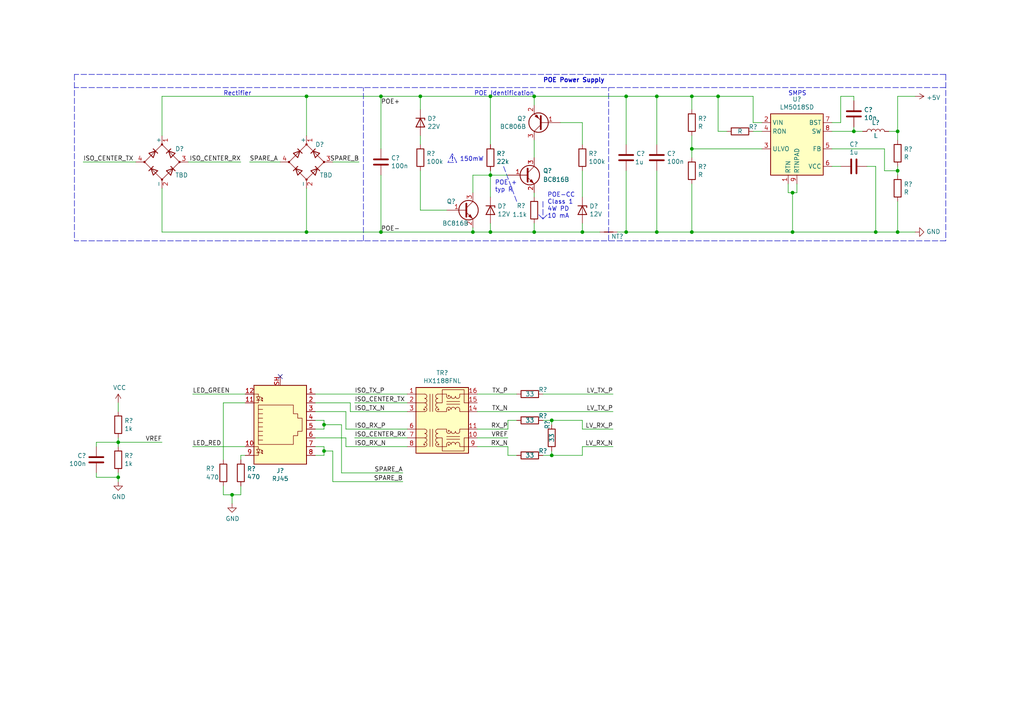
<source format=kicad_sch>
(kicad_sch (version 20211123) (generator eeschema)
  (paper "A4")
  (lib_symbols
    (symbol "Connector:RJ45_LED_Shielded" (pin_names (offset 1.016))
      (property "Reference" "J" (at -5.08 13.97 0))
      (property "Value" "RJ45_LED_Shielded" (at 1.27 13.97 0))
      (symbol "RJ45_LED_Shielded_0_1"
        (polyline (pts (xy -7.62 -7.62) (xy -6.35 -7.62)))
        (polyline (pts (xy -7.62 -5.08) (xy -6.35 -5.08)))
        (polyline (pts (xy -7.62 7.62) (xy -6.35 7.62)))
        (polyline (pts (xy -7.62 10.16) (xy -6.35 10.16)))
        (polyline (pts (xy -6.858 -5.842) (xy -5.842 -5.842)))
        (polyline (pts (xy -6.858 9.398) (xy -5.842 9.398)))
        (polyline (pts (xy -6.35 -7.62) (xy -6.35 -6.858)))
        (polyline (pts (xy -6.35 -5.08) (xy -6.35 -5.842)))
        (polyline (pts (xy -6.35 7.62) (xy -6.35 8.382)))
        (polyline (pts (xy -6.35 10.16) (xy -6.35 9.398)))
        (polyline (pts (xy -5.08 -6.223) (xy -5.207 -6.604)))
        (polyline (pts (xy -5.08 -5.588) (xy -5.207 -5.969)))
        (polyline (pts (xy -5.08 4.445) (xy -6.35 4.445)))
        (polyline (pts (xy -5.08 5.715) (xy -6.35 5.715)))
        (polyline (pts (xy -5.08 9.017) (xy -5.207 8.636)))
        (polyline (pts (xy -5.08 9.652) (xy -5.207 9.271)))
        (polyline (pts (xy -6.35 -3.175) (xy -5.08 -3.175) (xy -5.08 -3.175)))
        (polyline (pts (xy -6.35 -1.905) (xy -5.08 -1.905) (xy -5.08 -1.905)))
        (polyline (pts (xy -6.35 -0.635) (xy -5.08 -0.635) (xy -5.08 -0.635)))
        (polyline (pts (xy -6.35 0.635) (xy -5.08 0.635) (xy -5.08 0.635)))
        (polyline (pts (xy -6.35 1.905) (xy -5.08 1.905) (xy -5.08 1.905)))
        (polyline (pts (xy -5.588 -6.731) (xy -5.08 -6.223) (xy -5.461 -6.35)))
        (polyline (pts (xy -5.588 -6.096) (xy -5.08 -5.588) (xy -5.461 -5.715)))
        (polyline (pts (xy -5.588 8.509) (xy -5.08 9.017) (xy -5.461 8.89)))
        (polyline (pts (xy -5.588 9.144) (xy -5.08 9.652) (xy -5.461 9.525)))
        (polyline (pts (xy -5.08 3.175) (xy -6.35 3.175) (xy -6.35 3.175)))
        (polyline (pts (xy -6.35 -5.842) (xy -6.858 -6.858) (xy -5.842 -6.858) (xy -6.35 -5.842)))
        (polyline (pts (xy -6.35 9.398) (xy -6.858 8.382) (xy -5.842 8.382) (xy -6.35 9.398)))
        (polyline (pts (xy -6.35 -4.445) (xy -6.35 6.985) (xy 3.81 6.985) (xy 3.81 4.445) (xy 5.08 4.445) (xy 5.08 3.175) (xy 6.35 3.175) (xy 6.35 -0.635) (xy 5.08 -0.635) (xy 5.08 -1.905) (xy 3.81 -1.905) (xy 3.81 -4.445) (xy -6.35 -4.445) (xy -6.35 -4.445)))
        (rectangle (start 7.62 12.7) (end -7.62 -10.16) (stroke (width 0.254)) (fill (type background)))
      )
      (symbol "RJ45_LED_Shielded_1_1"
        (pin passive line (at 10.16 -7.62 180) (length 2.54) (name "~") (number "1"))
        (pin passive line (at -10.16 7.62 0) (length 2.54) (name "~") (number "10"))
        (pin passive line (at -10.16 -5.08 0) (length 2.54) (name "~") (number "11"))
        (pin passive line (at -10.16 -7.62 0) (length 2.54) (name "~") (number "12"))
        (pin passive line (at 10.16 -5.08 180) (length 2.54) (name "~") (number "2"))
        (pin passive line (at 10.16 -2.54 180) (length 2.54) (name "~") (number "3"))
        (pin passive line (at 10.16 0 180) (length 2.54) (name "~") (number "4"))
        (pin passive line (at 10.16 2.54 180) (length 2.54) (name "~") (number "5"))
        (pin passive line (at 10.16 5.08 180) (length 2.54) (name "~") (number "6"))
        (pin passive line (at 10.16 7.62 180) (length 2.54) (name "~") (number "7"))
        (pin passive line (at 10.16 10.16 180) (length 2.54) (name "~") (number "8"))
        (pin passive line (at -10.16 10.16 0) (length 2.54) (name "~") (number "9"))
        (pin passive line (at 0 -12.7 90) (length 2.54) (name "~") (number "SH"))
      )
    )
    (symbol "Device:C" (pin_numbers hide) (pin_names (offset 0.254))
      (property "Reference" "C" (at 0.635 2.54 0))
      (property "Value" "C" (at 0.635 -2.54 0))
      (symbol "C_0_1"
        (polyline (pts (xy -2.032 -0.762) (xy 2.032 -0.762)) (stroke (width 0.508)))
        (polyline (pts (xy -2.032 0.762) (xy 2.032 0.762)) (stroke (width 0.508)))
      )
      (symbol "C_1_1"
        (pin passive line (at 0 3.81 270) (length 2.794) (name "~") (number "1"))
        (pin passive line (at 0 -3.81 90) (length 2.794) (name "~") (number "2"))
      )
    )
    (symbol "Device:D_Bridge_+-AA" (pin_names (offset 0))
      (property "Reference" "D" (at 2.54 6.985 0))
      (property "Value" "D_Bridge_+-AA" (at 2.54 5.08 0))
      (symbol "D_Bridge_+-AA_0_1"
        (circle (center -5.08 0) (radius 0.254) (fill (type outline)))
        (circle (center 0 -5.08) (radius 0.254) (fill (type outline)))
        (polyline (pts (xy -2.54 3.81) (xy -1.27 2.54)) (stroke (width 0.254)))
        (polyline (pts (xy -1.27 -2.54) (xy -2.54 -3.81)) (stroke (width 0.254)))
        (polyline (pts (xy 2.54 -1.27) (xy 3.81 -2.54)) (stroke (width 0.254)))
        (polyline (pts (xy 2.54 1.27) (xy 3.81 2.54)) (stroke (width 0.254)))
        (polyline (pts (xy -3.81 2.54) (xy -2.54 1.27) (xy -1.905 3.175) (xy -3.81 2.54)) (stroke (width 0.254)))
        (polyline (pts (xy -2.54 -1.27) (xy -3.81 -2.54) (xy -1.905 -3.175) (xy -2.54 -1.27)) (stroke (width 0.254)))
        (polyline (pts (xy 1.27 2.54) (xy 2.54 3.81) (xy 3.175 1.905) (xy 1.27 2.54)) (stroke (width 0.254)))
        (polyline (pts (xy 3.175 -1.905) (xy 1.27 -2.54) (xy 2.54 -3.81) (xy 3.175 -1.905)) (stroke (width 0.254)))
        (polyline (pts (xy -5.08 0) (xy 0 -5.08) (xy 5.08 0) (xy 0 5.08) (xy -5.08 0)))
        (circle (center 0 5.08) (radius 0.254) (fill (type outline)))
        (circle (center 5.08 0) (radius 0.254) (fill (type outline)))
      )
      (symbol "D_Bridge_+-AA_1_1"
        (pin passive line (at 7.62 0 180) (length 2.54) (name "+") (number "1"))
        (pin passive line (at -7.62 0 0) (length 2.54) (name "-") (number "2"))
        (pin passive line (at 0 7.62 270) (length 2.54) (name "~") (number "3"))
        (pin passive line (at 0 -7.62 90) (length 2.54) (name "~") (number "4"))
      )
    )
    (symbol "Device:D_Zener" (pin_numbers hide) (pin_names (offset 1.016) hide)
      (property "Reference" "D" (at 0 2.54 0))
      (property "Value" "D_Zener" (at 0 -2.54 0))
      (symbol "D_Zener_0_1"
        (polyline (pts (xy 1.27 0) (xy -1.27 0)))
        (polyline (pts (xy -1.27 -1.27) (xy -1.27 1.27) (xy -0.762 1.27)) (stroke (width 0.254)))
        (polyline (pts (xy 1.27 -1.27) (xy 1.27 1.27) (xy -1.27 0) (xy 1.27 -1.27)) (stroke (width 0.254)))
      )
      (symbol "D_Zener_1_1"
        (pin passive line (at -3.81 0 0) (length 2.54) (name "K") (number "1"))
        (pin passive line (at 3.81 0 180) (length 2.54) (name "A") (number "2"))
      )
    )
    (symbol "Device:L" (pin_numbers hide) (pin_names (offset 1.016) hide)
      (property "Reference" "L" (at -1.27 0 90))
      (property "Value" "L" (at 1.905 0 90))
      (symbol "L_0_1"
        (arc (start 0 -2.54) (mid 0.635 -1.905) (end 0 -1.27))
        (arc (start 0 -1.27) (mid 0.635 -0.635) (end 0 0))
        (arc (start 0 0) (mid 0.635 0.635) (end 0 1.27))
        (arc (start 0 1.27) (mid 0.635 1.905) (end 0 2.54))
      )
      (symbol "L_1_1"
        (pin passive line (at 0 3.81 270) (length 1.27) (name "1") (number "1"))
        (pin passive line (at 0 -3.81 90) (length 1.27) (name "2") (number "2"))
      )
    )
    (symbol "Device:Net-Tie_2" (pin_numbers hide) (pin_names (offset 0) hide)
      (property "Reference" "NT" (at 0 1.27 0))
      (property "Value" "Device_Net-Tie_2" (at 0 -1.27 0))
      (symbol "Net-Tie_2_0_1"
        (polyline (pts (xy -1.27 0) (xy 1.27 0)) (stroke (width 0.254)))
      )
      (symbol "Net-Tie_2_1_1"
        (pin passive line (at -2.54 0 0) (length 2.54) (name "1") (number "1"))
        (pin passive line (at 2.54 0 180) (length 2.54) (name "2") (number "2"))
      )
    )
    (symbol "Device:Q_NPN_BEC" (pin_names (offset 0) hide)
      (property "Reference" "Q" (at 5.08 1.27 0))
      (property "Value" "Q_NPN_BEC" (at 5.08 -1.27 0))
      (symbol "Q_NPN_BEC_0_1"
        (polyline (pts (xy 0.635 0.635) (xy 2.54 2.54)))
        (polyline (pts (xy 0.635 -0.635) (xy 2.54 -2.54) (xy 2.54 -2.54)))
        (polyline (pts (xy 0.635 1.905) (xy 0.635 -1.905) (xy 0.635 -1.905)) (stroke (width 0.508)))
        (polyline (pts (xy 1.27 -1.778) (xy 1.778 -1.27) (xy 2.286 -2.286) (xy 1.27 -1.778) (xy 1.27 -1.778)) (fill (type outline)))
        (circle (center 1.27 0) (radius 2.8194) (stroke (width 0.254)))
      )
      (symbol "Q_NPN_BEC_1_1"
        (pin input line (at -5.08 0 0) (length 5.715) (name "B") (number "1"))
        (pin passive line (at 2.54 -5.08 90) (length 2.54) (name "E") (number "2"))
        (pin passive line (at 2.54 5.08 270) (length 2.54) (name "C") (number "3"))
      )
    )
    (symbol "Device:Q_PNP_BEC" (pin_names (offset 0) hide)
      (property "Reference" "Q" (at 5.08 1.27 0))
      (property "Value" "Q_PNP_BEC" (at 5.08 -1.27 0))
      (symbol "Q_PNP_BEC_0_1"
        (polyline (pts (xy 0.635 0.635) (xy 2.54 2.54)))
        (polyline (pts (xy 0.635 -0.635) (xy 2.54 -2.54) (xy 2.54 -2.54)))
        (polyline (pts (xy 0.635 1.905) (xy 0.635 -1.905) (xy 0.635 -1.905)) (stroke (width 0.508)))
        (polyline (pts (xy 2.286 -1.778) (xy 1.778 -2.286) (xy 1.27 -1.27) (xy 2.286 -1.778) (xy 2.286 -1.778)) (fill (type outline)))
        (circle (center 1.27 0) (radius 2.8194) (stroke (width 0.254)))
      )
      (symbol "Q_PNP_BEC_1_1"
        (pin input line (at -5.08 0 0) (length 5.715) (name "B") (number "1"))
        (pin passive line (at 2.54 -5.08 90) (length 2.54) (name "E") (number "2"))
        (pin passive line (at 2.54 5.08 270) (length 2.54) (name "C") (number "3"))
      )
    )
    (symbol "Device:R" (pin_numbers hide) (pin_names (offset 0))
      (property "Reference" "R" (at 2.032 0 90))
      (property "Value" "R" (at 0 0 90))
      (symbol "R_0_1"
        (rectangle (start -1.016 -2.54) (end 1.016 2.54) (stroke (width 0.254)))
      )
      (symbol "R_1_1"
        (pin passive line (at 0 3.81 270) (length 1.27) (name "~") (number "1"))
        (pin passive line (at 0 -3.81 90) (length 1.27) (name "~") (number "2"))
      )
    )
    (symbol "Regulator_Switching:LM5017SD"
      (property "Reference" "U" (at -7.62 8.89 0))
      (property "Value" "LM5017SD" (at 0 8.89 0))
      (symbol "LM5017SD_0_1"
        (rectangle (start -7.62 7.62) (end 7.62 -10.16) (stroke (width 0.254)) (fill (type background)))
      )
      (symbol "LM5017SD_1_1"
        (pin power_in line (at -2.54 -12.7 90) (length 2.54) (name "RTN") (number "1"))
        (pin power_in line (at -10.16 5.08 0) (length 2.54) (name "VIN") (number "2"))
        (pin input line (at -10.16 -2.54 0) (length 2.54) (name "ULVO") (number "3"))
        (pin input line (at -10.16 2.54 0) (length 2.54) (name "RON") (number "4"))
        (pin input line (at 10.16 -2.54 180) (length 2.54) (name "FB") (number "5"))
        (pin output line (at 10.16 -7.62 180) (length 2.54) (name "VCC") (number "6"))
        (pin input line (at 10.16 5.08 180) (length 2.54) (name "BST") (number "7"))
        (pin output line (at 10.16 2.54 180) (length 2.54) (name "SW") (number "8"))
        (pin power_in line (at 0 -12.7 90) (length 2.54) (name "RTNPAD") (number "9"))
      )
    )
    (symbol "Transformer:PT61017PEL" (pin_names hide)
      (property "Reference" "TR" (at 0 10.795 0))
      (property "Value" "PT61017PEL" (at 0 -10.795 0))
      (symbol "PT61017PEL_0_1"
        (rectangle (start -7.62 9.525) (end 7.62 -9.525) (stroke (width 0.254)) (fill (type background)))
        (circle (center -5.207 6.985) (radius 0.1778))
        (arc (start -5.08 6.35) (mid -4.445 6.985) (end -5.08 7.62))
        (polyline (pts (xy -5.08 2.54) (xy -7.62 2.54)))
        (polyline (pts (xy -5.08 5.08) (xy -7.62 5.08)))
        (polyline (pts (xy -5.08 7.62) (xy -7.62 7.62)))
        (polyline (pts (xy -3.556 -2.54) (xy -3.556 -7.62)))
        (polyline (pts (xy -3.556 2.54) (xy -3.556 7.62)))
        (polyline (pts (xy -2.794 -7.62) (xy -2.794 -2.54)))
        (polyline (pts (xy -2.794 7.62) (xy -2.794 2.54)))
        (polyline (pts (xy 1.27 4.699) (xy 5.08 4.699)))
        (polyline (pts (xy 1.27 5.461) (xy 5.08 5.461)))
        (polyline (pts (xy -1.27 2.54) (xy 1.27 2.54) (xy 1.27 3.175)))
        (polyline (pts (xy 1.27 6.985) (xy 1.27 7.62) (xy -1.27 7.62)))
        (polyline (pts (xy 5.08 3.175) (xy 5.08 2.54) (xy 7.62 2.54)))
        (polyline (pts (xy 5.08 6.985) (xy 5.08 7.62) (xy 7.62 7.62)))
        (polyline (pts (xy -1.27 5.08) (xy 0 5.08) (xy 0 8.89) (xy 6.35 8.89) (xy 6.35 5.08) (xy 7.62 5.08)))
      )
      (symbol "PT61017PEL_1_1"
        (circle (center -5.207 -3.175) (radius 0.1778))
        (arc (start -5.08 -7.62) (mid -4.445 -6.985) (end -5.08 -6.35))
        (arc (start -5.08 -6.35) (mid -4.445 -5.715) (end -5.08 -5.08))
        (arc (start -5.08 -5.08) (mid -4.445 -4.445) (end -5.08 -3.81))
        (arc (start -5.08 -3.81) (mid -4.445 -3.175) (end -5.08 -2.54))
        (arc (start -5.08 2.54) (mid -4.445 3.175) (end -5.08 3.81))
        (arc (start -5.08 3.81) (mid -4.445 4.445) (end -5.08 5.08))
        (arc (start -5.08 5.08) (mid -4.445 5.715) (end -5.08 6.35))
        (arc (start -1.27 -6.35) (mid -1.905 -6.985) (end -1.27 -7.62))
        (arc (start -1.27 -5.08) (mid -1.905 -5.715) (end -1.27 -6.35))
        (arc (start -1.27 -3.81) (mid -1.905 -4.445) (end -1.27 -5.08))
        (arc (start -1.27 -2.54) (mid -1.905 -3.175) (end -1.27 -3.81))
        (arc (start -1.27 3.81) (mid -1.905 3.175) (end -1.27 2.54))
        (arc (start -1.27 5.08) (mid -1.905 4.445) (end -1.27 3.81))
        (arc (start -1.27 6.35) (mid -1.905 5.715) (end -1.27 5.08))
        (arc (start -1.27 7.62) (mid -1.905 6.985) (end -1.27 6.35))
        (circle (center -1.143 -3.175) (radius 0.1778))
        (circle (center -1.143 6.985) (radius 0.1778))
        (polyline (pts (xy -5.08 -7.62) (xy -7.62 -7.62)))
        (polyline (pts (xy -5.08 -5.08) (xy -7.62 -5.08)))
        (polyline (pts (xy -5.08 -2.54) (xy -7.62 -2.54)))
        (polyline (pts (xy 1.27 -5.461) (xy 5.08 -5.461)))
        (polyline (pts (xy 1.27 -4.699) (xy 5.08 -4.699)))
        (polyline (pts (xy -1.27 -7.62) (xy 1.27 -7.62) (xy 1.27 -6.985)))
        (polyline (pts (xy 1.27 -3.175) (xy 1.27 -2.54) (xy -1.27 -2.54)))
        (polyline (pts (xy 5.08 -6.985) (xy 5.08 -7.62) (xy 7.62 -7.62)))
        (polyline (pts (xy 5.08 -3.175) (xy 5.08 -2.54) (xy 7.62 -2.54)))
        (polyline (pts (xy 7.62 -5.08) (xy 6.35 -5.08) (xy 6.35 -8.89) (xy 0 -8.89) (xy 0 -5.08) (xy -1.27 -5.08)))
        (arc (start 1.27 -3.175) (mid 1.905 -3.81) (end 2.54 -3.175))
        (arc (start 1.27 6.985) (mid 1.905 6.35) (end 2.54 6.985))
        (circle (center 1.905 -7.112) (radius 0.1778))
        (circle (center 1.905 -3.048) (radius 0.1778))
        (circle (center 1.905 3.048) (radius 0.1778))
        (circle (center 1.905 7.112) (radius 0.1778))
        (arc (start 2.54 -6.985) (mid 1.905 -6.35) (end 1.27 -6.985))
        (arc (start 2.54 -3.175) (mid 3.175 -3.81) (end 3.81 -3.175))
        (arc (start 2.54 3.175) (mid 1.905 3.81) (end 1.27 3.175))
        (arc (start 2.54 6.985) (mid 3.175 6.35) (end 3.81 6.985))
        (arc (start 3.81 -6.985) (mid 3.175 -6.35) (end 2.54 -6.985))
        (arc (start 3.81 -3.175) (mid 4.445 -3.81) (end 5.08 -3.175))
        (arc (start 3.81 3.175) (mid 3.175 3.81) (end 2.54 3.175))
        (arc (start 3.81 6.985) (mid 4.445 6.35) (end 5.08 6.985))
        (arc (start 5.08 -6.985) (mid 4.445 -6.35) (end 3.81 -6.985))
        (arc (start 5.08 3.175) (mid 4.445 3.81) (end 3.81 3.175))
        (pin passive line (at -10.16 -7.62 0) (length 2.54) (name "TD+") (number "1"))
        (pin passive line (at 10.16 5.08 180) (length 2.54) (name "C_RX") (number "10"))
        (pin passive line (at 10.16 2.54 180) (length 2.54) (name "RX+") (number "11"))
        (pin passive line (at 10.16 -2.54 180) (length 2.54) (name "TX-") (number "14"))
        (pin passive line (at 10.16 -5.08 180) (length 2.54) (name "C_TX") (number "15"))
        (pin passive line (at 10.16 -7.62 180) (length 2.54) (name "TX+") (number "16"))
        (pin passive line (at -10.16 -5.08 0) (length 2.54) (name "C_TD") (number "2"))
        (pin passive line (at -10.16 -2.54 0) (length 2.54) (name "TD-") (number "3"))
        (pin passive line (at -10.16 2.54 0) (length 2.54) (name "RD+") (number "6"))
        (pin passive line (at -10.16 5.08 0) (length 2.54) (name "C_RD") (number "7"))
        (pin passive line (at -10.16 7.62 0) (length 2.54) (name "RD-") (number "8"))
        (pin passive line (at 10.16 7.62 180) (length 2.54) (name "RX-") (number "9"))
      )
    )
    (symbol "power:+5V" (power) (pin_names (offset 0))
      (property "Value" "+5V" (at 0 3.556 0))
      (symbol "+5V_0_1"
        (polyline (pts (xy -0.762 1.27) (xy 0 2.54)))
        (polyline (pts (xy 0 0) (xy 0 2.54)))
        (polyline (pts (xy 0 2.54) (xy 0.762 1.27)))
      )
      (symbol "+5V_1_1"
        (pin power_in line (at 0 0 90) (length 0) hide (name "+5V") (number "1"))
      )
    )
    (symbol "power:GND" (power) (pin_names (offset 0))
      (property "Value" "GND" (at 0 -3.81 0))
      (symbol "GND_0_1"
        (polyline (pts (xy 0 0) (xy 0 -1.27) (xy 1.27 -1.27) (xy 0 -2.54) (xy -1.27 -1.27) (xy 0 -1.27)))
      )
      (symbol "GND_1_1"
        (pin power_in line (at 0 0 270) (length 0) hide (name "GND") (number "1"))
      )
    )
    (symbol "power:VCC" (power) (pin_names (offset 0))
      (property "Value" "VCC" (at 0 3.81 0))
      (symbol "VCC_0_1"
        (polyline (pts (xy -0.762 1.27) (xy 0 2.54)))
        (polyline (pts (xy 0 0) (xy 0 2.54)))
        (polyline (pts (xy 0 2.54) (xy 0.762 1.27)))
      )
      (symbol "VCC_1_1"
        (pin power_in line (at 0 0 90) (length 0) hide (name "VCC") (number "1"))
      )
    )
  )
  (junction (at 34.29 138.43))
  (junction (at 260.35 38.1))
  (junction (at 142.24 50.8))
  (junction (at 200.66 67.31))
  (junction (at 168.91 67.31))
  (junction (at 190.5 27.94))
  (junction (at 93.98 123.19))
  (junction (at 34.29 128.27))
  (junction (at 110.49 27.94))
  (junction (at 154.94 67.31))
  (junction (at 208.28 27.94))
  (junction (at 200.66 43.18))
  (junction (at 260.35 49.53))
  (junction (at 110.49 67.31))
  (junction (at 67.31 143.51))
  (junction (at 88.9 67.31))
  (junction (at 160.02 132.08))
  (junction (at 247.65 38.1))
  (junction (at 142.24 67.31))
  (junction (at 190.5 67.31))
  (junction (at 229.87 55.88))
  (junction (at 93.98 130.81))
  (junction (at 181.61 27.94))
  (junction (at 137.16 67.31))
  (junction (at 121.92 27.94))
  (junction (at 254 67.31))
  (junction (at 160.02 121.92))
  (junction (at 88.9 27.94))
  (junction (at 181.61 67.31))
  (junction (at 229.87 67.31))
  (junction (at 200.66 27.94))
  (junction (at 260.35 67.31))
  (junction (at 142.24 27.94))
  (junction (at 154.94 27.94))
  (no_connect (at 81.28 109.22))
  (wire (pts (xy 241.3 35.56) (xy 243.84 35.56)))
  (wire (pts (xy 110.49 43.18) (xy 110.49 27.94)))
  (wire (pts (xy 100.33 119.38) (xy 100.33 124.46)))
  (wire (pts (xy 160.02 132.08) (xy 168.91 132.08)))
  (wire (pts (xy 102.87 127) (xy 118.11 127)))
  (wire (pts (xy 69.85 132.08) (xy 71.12 132.08)))
  (polyline (pts (xy 176.53 69.85) (xy 176.53 25.4)))
  (wire (pts (xy 243.84 48.26) (xy 241.3 48.26)))
  (polyline (pts (xy 157.48 63.5) (xy 158.75 62.23)))
  (wire (pts (xy 55.88 114.3) (xy 71.12 114.3)))
  (wire (pts (xy 231.14 55.88) (xy 231.14 53.34)))
  (wire (pts (xy 154.94 27.94) (xy 181.61 27.94)))
  (wire (pts (xy 88.9 67.31) (xy 88.9 54.61)))
  (polyline (pts (xy 274.32 21.59) (xy 274.32 69.85)))
  (wire (pts (xy 168.91 67.31) (xy 173.99 67.31)))
  (polyline (pts (xy 157.48 63.5) (xy 156.21 62.23)))
  (wire (pts (xy 250.19 38.1) (xy 247.65 38.1)))
  (wire (pts (xy 64.77 116.84) (xy 71.12 116.84)))
  (wire (pts (xy 93.98 123.19) (xy 99.06 123.19)))
  (wire (pts (xy 27.94 138.43) (xy 34.29 138.43)))
  (wire (pts (xy 91.44 129.54) (xy 93.98 129.54)))
  (wire (pts (xy 160.02 121.92) (xy 168.91 121.92)))
  (wire (pts (xy 137.16 50.8) (xy 142.24 50.8)))
  (wire (pts (xy 67.31 143.51) (xy 67.31 146.05)))
  (wire (pts (xy 93.98 132.08) (xy 91.44 132.08)))
  (wire (pts (xy 181.61 49.53) (xy 181.61 67.31)))
  (wire (pts (xy 157.48 132.08) (xy 160.02 132.08)))
  (wire (pts (xy 27.94 137.16) (xy 27.94 138.43)))
  (wire (pts (xy 208.28 38.1) (xy 210.82 38.1)))
  (polyline (pts (xy 149.86 58.42) (xy 146.05 48.26)))
  (wire (pts (xy 260.35 49.53) (xy 260.35 48.26)))
  (wire (pts (xy 137.16 55.88) (xy 137.16 50.8)))
  (wire (pts (xy 138.43 127) (xy 147.32 127)))
  (wire (pts (xy 46.99 67.31) (xy 88.9 67.31)))
  (wire (pts (xy 64.77 133.35) (xy 64.77 116.84)))
  (wire (pts (xy 247.65 27.94) (xy 247.65 29.21)))
  (wire (pts (xy 154.94 55.88) (xy 154.94 57.15)))
  (wire (pts (xy 104.14 46.99) (xy 96.52 46.99)))
  (polyline (pts (xy 157.48 58.42) (xy 157.48 63.5)))
  (wire (pts (xy 229.87 55.88) (xy 229.87 67.31)))
  (wire (pts (xy 110.49 27.94) (xy 121.92 27.94)))
  (wire (pts (xy 142.24 57.15) (xy 142.24 50.8)))
  (wire (pts (xy 168.91 64.77) (xy 168.91 67.31)))
  (wire (pts (xy 34.29 129.54) (xy 34.29 128.27)))
  (wire (pts (xy 265.43 67.31) (xy 260.35 67.31)))
  (wire (pts (xy 93.98 123.19) (xy 93.98 124.46)))
  (polyline (pts (xy 274.32 21.59) (xy 21.59 21.59)))
  (wire (pts (xy 190.5 49.53) (xy 190.5 67.31)))
  (wire (pts (xy 34.29 137.16) (xy 34.29 138.43)))
  (wire (pts (xy 260.35 40.64) (xy 260.35 38.1)))
  (wire (pts (xy 100.33 129.54) (xy 118.11 129.54)))
  (wire (pts (xy 34.29 138.43) (xy 34.29 139.7)))
  (wire (pts (xy 99.06 123.19) (xy 99.06 137.16)))
  (wire (pts (xy 190.5 27.94) (xy 200.66 27.94)))
  (wire (pts (xy 256.54 43.18) (xy 256.54 49.53)))
  (wire (pts (xy 168.91 49.53) (xy 168.91 57.15)))
  (wire (pts (xy 100.33 127) (xy 100.33 129.54)))
  (wire (pts (xy 251.46 48.26) (xy 254 48.26)))
  (wire (pts (xy 157.48 114.3) (xy 177.8 114.3)))
  (wire (pts (xy 177.8 124.46) (xy 168.91 124.46)))
  (wire (pts (xy 88.9 27.94) (xy 110.49 27.94)))
  (wire (pts (xy 157.48 121.92) (xy 160.02 121.92)))
  (wire (pts (xy 208.28 27.94) (xy 218.44 27.94)))
  (wire (pts (xy 72.39 46.99) (xy 81.28 46.99)))
  (wire (pts (xy 218.44 38.1) (xy 220.98 38.1)))
  (polyline (pts (xy 132.461 47.117) (xy 131.191 44.577)))
  (wire (pts (xy 256.54 49.53) (xy 260.35 49.53)))
  (wire (pts (xy 110.49 50.8) (xy 110.49 67.31)))
  (wire (pts (xy 24.13 46.99) (xy 39.37 46.99)))
  (wire (pts (xy 168.91 129.54) (xy 168.91 132.08)))
  (wire (pts (xy 154.94 30.48) (xy 154.94 27.94)))
  (wire (pts (xy 101.6 119.38) (xy 118.11 119.38)))
  (polyline (pts (xy 274.32 69.85) (xy 21.59 69.85)))
  (wire (pts (xy 265.43 27.94) (xy 260.35 27.94)))
  (wire (pts (xy 190.5 67.31) (xy 200.66 67.31)))
  (wire (pts (xy 93.98 130.81) (xy 96.52 130.81)))
  (wire (pts (xy 142.24 27.94) (xy 142.24 41.91)))
  (wire (pts (xy 96.52 130.81) (xy 96.52 139.7)))
  (wire (pts (xy 93.98 130.81) (xy 93.98 132.08)))
  (wire (pts (xy 121.92 27.94) (xy 142.24 27.94)))
  (wire (pts (xy 177.8 129.54) (xy 168.91 129.54)))
  (wire (pts (xy 260.35 38.1) (xy 260.35 27.94)))
  (wire (pts (xy 179.07 67.31) (xy 181.61 67.31)))
  (wire (pts (xy 91.44 119.38) (xy 100.33 119.38)))
  (wire (pts (xy 99.06 137.16) (xy 116.84 137.16)))
  (wire (pts (xy 34.29 128.27) (xy 46.99 128.27)))
  (wire (pts (xy 110.49 67.31) (xy 137.16 67.31)))
  (wire (pts (xy 91.44 114.3) (xy 118.11 114.3)))
  (wire (pts (xy 181.61 27.94) (xy 181.61 41.91)))
  (wire (pts (xy 138.43 114.3) (xy 149.86 114.3)))
  (wire (pts (xy 247.65 38.1) (xy 241.3 38.1)))
  (wire (pts (xy 46.99 54.61) (xy 46.99 67.31)))
  (wire (pts (xy 118.11 116.84) (xy 102.87 116.84)))
  (wire (pts (xy 260.35 38.1) (xy 257.81 38.1)))
  (wire (pts (xy 154.94 67.31) (xy 168.91 67.31)))
  (wire (pts (xy 101.6 116.84) (xy 101.6 119.38)))
  (wire (pts (xy 121.92 31.75) (xy 121.92 27.94)))
  (wire (pts (xy 181.61 27.94) (xy 190.5 27.94)))
  (wire (pts (xy 138.43 129.54) (xy 147.32 129.54)))
  (wire (pts (xy 229.87 67.31) (xy 254 67.31)))
  (wire (pts (xy 147.32 121.92) (xy 147.32 124.46)))
  (wire (pts (xy 137.16 66.04) (xy 137.16 67.31)))
  (wire (pts (xy 142.24 49.53) (xy 142.24 50.8)))
  (wire (pts (xy 218.44 27.94) (xy 218.44 35.56)))
  (wire (pts (xy 64.77 143.51) (xy 67.31 143.51)))
  (wire (pts (xy 142.24 67.31) (xy 154.94 67.31)))
  (wire (pts (xy 27.94 129.54) (xy 27.94 128.27)))
  (wire (pts (xy 142.24 27.94) (xy 154.94 27.94)))
  (wire (pts (xy 220.98 43.18) (xy 200.66 43.18)))
  (wire (pts (xy 121.92 60.96) (xy 129.54 60.96)))
  (wire (pts (xy 208.28 27.94) (xy 208.28 38.1)))
  (wire (pts (xy 27.94 128.27) (xy 34.29 128.27)))
  (wire (pts (xy 121.92 49.53) (xy 121.92 60.96)))
  (wire (pts (xy 200.66 67.31) (xy 229.87 67.31)))
  (wire (pts (xy 67.31 143.51) (xy 69.85 143.51)))
  (polyline (pts (xy 21.59 21.59) (xy 21.59 69.85)))
  (wire (pts (xy 200.66 27.94) (xy 208.28 27.94)))
  (wire (pts (xy 260.35 50.8) (xy 260.35 49.53)))
  (wire (pts (xy 160.02 130.81) (xy 160.02 132.08)))
  (wire (pts (xy 160.02 121.92) (xy 160.02 123.19)))
  (wire (pts (xy 121.92 39.37) (xy 121.92 41.91)))
  (polyline (pts (xy 131.191 44.577) (xy 129.921 47.117)))
  (wire (pts (xy 142.24 50.8) (xy 147.32 50.8)))
  (wire (pts (xy 91.44 127) (xy 100.33 127)))
  (wire (pts (xy 218.44 35.56) (xy 220.98 35.56)))
  (wire (pts (xy 64.77 140.97) (xy 64.77 143.51)))
  (wire (pts (xy 149.86 132.08) (xy 147.32 132.08)))
  (wire (pts (xy 200.66 43.18) (xy 200.66 39.37)))
  (wire (pts (xy 93.98 121.92) (xy 93.98 123.19)))
  (wire (pts (xy 254 48.26) (xy 254 67.31)))
  (wire (pts (xy 147.32 132.08) (xy 147.32 129.54)))
  (wire (pts (xy 93.98 129.54) (xy 93.98 130.81)))
  (wire (pts (xy 168.91 35.56) (xy 162.56 35.56)))
  (wire (pts (xy 138.43 124.46) (xy 147.32 124.46)))
  (wire (pts (xy 228.6 55.88) (xy 229.87 55.88)))
  (wire (pts (xy 88.9 27.94) (xy 88.9 39.37)))
  (polyline (pts (xy 105.41 69.85) (xy 105.41 25.4)))
  (wire (pts (xy 200.66 43.18) (xy 200.66 45.72)))
  (wire (pts (xy 91.44 121.92) (xy 93.98 121.92)))
  (wire (pts (xy 91.44 116.84) (xy 101.6 116.84)))
  (wire (pts (xy 247.65 36.83) (xy 247.65 38.1)))
  (wire (pts (xy 100.33 124.46) (xy 118.11 124.46)))
  (wire (pts (xy 138.43 119.38) (xy 177.8 119.38)))
  (wire (pts (xy 200.66 31.75) (xy 200.66 27.94)))
  (wire (pts (xy 137.16 67.31) (xy 142.24 67.31)))
  (wire (pts (xy 88.9 67.31) (xy 110.49 67.31)))
  (wire (pts (xy 190.5 27.94) (xy 190.5 41.91)))
  (wire (pts (xy 55.88 129.54) (xy 71.12 129.54)))
  (wire (pts (xy 168.91 124.46) (xy 168.91 121.92)))
  (wire (pts (xy 254 67.31) (xy 260.35 67.31)))
  (wire (pts (xy 54.61 46.99) (xy 69.85 46.99)))
  (wire (pts (xy 34.29 116.84) (xy 34.29 119.38)))
  (wire (pts (xy 154.94 64.77) (xy 154.94 67.31)))
  (wire (pts (xy 46.99 27.94) (xy 88.9 27.94)))
  (wire (pts (xy 243.84 35.56) (xy 243.84 27.94)))
  (wire (pts (xy 93.98 124.46) (xy 91.44 124.46)))
  (wire (pts (xy 46.99 39.37) (xy 46.99 27.94)))
  (wire (pts (xy 142.24 64.77) (xy 142.24 67.31)))
  (wire (pts (xy 260.35 67.31) (xy 260.35 58.42)))
  (wire (pts (xy 229.87 55.88) (xy 231.14 55.88)))
  (wire (pts (xy 228.6 53.34) (xy 228.6 55.88)))
  (wire (pts (xy 168.91 41.91) (xy 168.91 35.56)))
  (wire (pts (xy 69.85 133.35) (xy 69.85 132.08)))
  (wire (pts (xy 241.3 43.18) (xy 256.54 43.18)))
  (polyline (pts (xy 129.921 47.117) (xy 132.461 47.117)))
  (wire (pts (xy 69.85 143.51) (xy 69.85 140.97)))
  (wire (pts (xy 96.52 139.7) (xy 116.84 139.7)))
  (wire (pts (xy 243.84 27.94) (xy 247.65 27.94)))
  (wire (pts (xy 154.94 40.64) (xy 154.94 45.72)))
  (wire (pts (xy 181.61 67.31) (xy 190.5 67.31)))
  (wire (pts (xy 34.29 128.27) (xy 34.29 127)))
  (polyline (pts (xy 274.32 25.4) (xy 21.59 25.4)))
  (wire (pts (xy 149.86 121.92) (xy 147.32 121.92)))
  (wire (pts (xy 200.66 53.34) (xy 200.66 67.31)))
  (text "!  150mW" (at 130.81 46.99 0) (effects (font (size 1.27 1.27)) (justify left bottom)))
  (text "POE-CC\nClass 1\n4W PD\n10 mA" (at 158.75 63.5 0) (effects (font (size 1.27 1.27)) (justify left bottom)))
  (text "POE Power Supply" (at 157.48 24.13 0) (effects (font (size 1.27 1.27) (thickness 0.254) bold) (justify left bottom)))
  (text "POE Identification" (at 154.94 27.94 180) (effects (font (size 1.27 1.27)) (justify right bottom)))
  (text "POE +\ntyp R" (at 143.51 55.88 0) (effects (font (size 1.27 1.27)) (justify left bottom)))
  (text "SMPS" (at 228.6 27.94 0) (effects (font (size 1.27 1.27)) (justify left bottom)))
  (text "Rectifier" (at 64.77 27.94 0) (effects (font (size 1.27 1.27)) (justify left bottom)))
  (label "SPARE_A" (at 72.39 46.99 0))
  (label "LV_RX_P" (at 177.8 124.46 180))
  (label "TX_P" (at 147.32 114.3 180))
  (label "ISO_CENTER_RX" (at 102.87 127 0))
  (label "ISO_RX_N" (at 102.87 129.54 0))
  (label "ISO_CENTER_TX" (at 24.13 46.99 0))
  (label "SPARE_B" (at 116.84 139.7 180))
  (label "ISO_TX_P" (at 102.87 114.3 0))
  (label "SPARE_B" (at 104.14 46.99 180))
  (label "LED_GREEN" (at 55.88 114.3 0))
  (label "VREF" (at 46.99 128.27 180))
  (label "LV_TX_P" (at 177.8 119.38 180))
  (label "ISO_CENTER_RX" (at 69.85 46.99 180))
  (label "VREF" (at 147.32 127 180))
  (label "RX_P" (at 147.32 124.46 180))
  (label "LED_RED" (at 55.88 129.54 0))
  (label "ISO_CENTER_TX" (at 102.87 116.84 0))
  (label "TX_N" (at 147.32 119.38 180))
  (label "LV_RX_N" (at 177.8 129.54 180))
  (label "SPARE_A" (at 116.84 137.16 180))
  (label "LV_TX_P" (at 177.8 114.3 180))
  (label "POE-" (at 110.49 67.31 0))
  (label "ISO_TX_N" (at 102.87 119.38 0))
  (label "POE+" (at 110.49 30.48 0))
  (label "ISO_RX_P" (at 102.87 124.46 0))
  (label "RX_N" (at 147.32 129.54 180))
  (symbol (lib_id "Device:R") (at 142.24 45.72 0) (unit 1)
    (property "Reference" "R?" (at 144.018 44.5516 0) (effects (justify left)))
    (property "Value" "22k" (at 144.018 46.863 0) (effects (justify left)))
  )
  (symbol (lib_id "Device:R") (at 154.94 60.96 0) (unit 1)
    (property "Reference" "R?" (at 149.86 59.69 0) (effects (justify left)))
    (property "Value" "1.1k" (at 148.59 62.23 0) (effects (justify left)))
  )
  (symbol (lib_id "Transformer:PT61017PEL") (at 128.27 121.92 0) (mirror x) (unit 1)
    (property "Reference" "TR?" (at 128.27 108.1532 0))
    (property "Value" "HX1188FNL" (at 128.27 110.4646 0))
    (property "Footprint" "Transformer_SMD:Transformer_Ethernet_Bourns_PT61017PEL" (effects hide))
    (property "Datasheet" "https://www.bourns.com/docs/Product-Datasheets/PT61017PEL.pdf" (effects hide))
  )
  (symbol (lib_id "Device:D_Bridge_+-AA") (at 88.9 46.99 270) (mirror x) (unit 1)
    (property "Reference" "D?" (at 91.44 41.91 90) (effects (justify left)))
    (property "Value" "TBD" (at 92.71 50.8 90) (effects (justify left)))
  )
  (symbol (lib_id "Device:Q_NPN_BEC") (at 152.4 50.8 0) (unit 1)
    (property "Reference" "Q?" (at 157.48 49.53 0) (effects (justify left)))
    (property "Value" "BC816B" (at 157.48 52.07 0) (effects (justify left)))
  )
  (symbol (lib_id "Connector:RJ45_LED_Shielded") (at 81.28 121.92 0) (mirror x) (unit 1)
    (property "Reference" "J?" (at 81.28 136.525 0))
    (property "Value" "RJ45" (at 81.28 138.8364 0))
  )
  (symbol (lib_id "Device:D_Zener") (at 121.92 35.56 270) (unit 1)
    (property "Reference" "D?" (at 123.952 34.3916 90) (effects (justify left)))
    (property "Value" "22V" (at 123.952 36.703 90) (effects (justify left)))
  )
  (symbol (lib_id "Device:R") (at 34.29 123.19 0) (unit 1)
    (property "Reference" "R?" (at 36.068 122.0216 0) (effects (justify left)))
    (property "Value" "1k" (at 36.068 124.333 0) (effects (justify left)))
  )
  (symbol (lib_id "Device:R") (at 34.29 133.35 0) (unit 1)
    (property "Reference" "R?" (at 36.068 132.1816 0) (effects (justify left)))
    (property "Value" "1k" (at 36.068 134.493 0) (effects (justify left)))
  )
  (symbol (lib_id "power:VCC") (at 34.29 116.84 0) (unit 1)
    (property "Reference" "#PWR?" (effects hide))
    (property "Value" "VCC" (at 34.671 112.4458 0))
  )
  (symbol (lib_id "power:GND") (at 34.29 139.7 0) (unit 1)
    (property "Reference" "#PWR?" (effects hide))
    (property "Value" "GND" (at 34.417 144.0942 0))
  )
  (symbol (lib_id "Device:D_Zener") (at 142.24 60.96 270) (unit 1)
    (property "Reference" "D?" (at 144.272 59.7916 90) (effects (justify left)))
    (property "Value" "12V" (at 144.272 62.103 90) (effects (justify left)))
  )
  (symbol (lib_id "Device:R") (at 168.91 45.72 0) (unit 1)
    (property "Reference" "R?" (at 170.688 44.5516 0) (effects (justify left)))
    (property "Value" "100k" (at 170.688 46.863 0) (effects (justify left)))
  )
  (symbol (lib_id "Device:D_Zener") (at 168.91 60.96 270) (unit 1)
    (property "Reference" "D?" (at 170.942 59.7916 90) (effects (justify left)))
    (property "Value" "12V" (at 170.942 62.103 90) (effects (justify left)))
  )
  (symbol (lib_id "Device:Q_PNP_BEC") (at 157.48 35.56 180) (unit 1)
    (property "Reference" "Q?" (at 152.6286 34.3916 0) (effects (justify left)))
    (property "Value" "BC806B" (at 152.6286 36.703 0) (effects (justify left)))
  )
  (symbol (lib_id "Device:D_Bridge_+-AA") (at 46.99 46.99 270) (mirror x) (unit 1)
    (property "Reference" "D?" (at 50.8 43.18 90) (effects (justify left)))
    (property "Value" "TBD" (at 50.8 50.8 90) (effects (justify left)))
  )
  (symbol (lib_id "Device:R") (at 153.67 121.92 270) (unit 1)
    (property "Reference" "R?" (at 157.48 120.65 90))
    (property "Value" "33" (at 153.67 121.92 90))
  )
  (symbol (lib_id "Device:R") (at 160.02 127 0) (mirror y) (unit 1)
    (property "Reference" "R?" (at 158.75 123.19 90))
    (property "Value" "33" (at 160.02 127 90))
  )
  (symbol (lib_id "Device:R") (at 153.67 132.08 270) (mirror x) (unit 1)
    (property "Reference" "R?" (at 157.48 130.81 90))
    (property "Value" "33" (at 153.67 132.08 90))
  )
  (symbol (lib_id "Device:C") (at 110.49 46.99 0) (unit 1)
    (property "Reference" "C?" (at 113.411 45.8216 0) (effects (justify left)))
    (property "Value" "100n" (at 113.411 48.133 0) (effects (justify left)))
  )
  (symbol (lib_id "Regulator_Switching:LM5017SD") (at 231.14 40.64 0) (unit 1)
    (property "Reference" "U?" (at 231.14 28.7782 0))
    (property "Value" "LM5018SD" (at 231.14 31.0896 0))
    (property "Footprint" "Package_SON:WSON-8_4x4mm_P0.8mm" (effects hide))
    (property "Datasheet" "http://www.ti.com/lit/ds/symlink/lm5017.pdf" (effects hide))
  )
  (symbol (lib_id "Device:C") (at 247.65 33.02 0) (unit 1)
    (property "Reference" "C?" (at 250.571 31.8516 0) (effects (justify left)))
    (property "Value" "10n" (at 250.571 34.163 0) (effects (justify left)))
  )
  (symbol (lib_id "Device:L") (at 254 38.1 90) (unit 1)
    (property "Reference" "L?" (at 254 35.56 90))
    (property "Value" "L" (at 254 39.37 90))
  )
  (symbol (lib_id "Device:R") (at 260.35 44.45 0) (unit 1)
    (property "Reference" "R?" (at 262.128 43.2816 0) (effects (justify left)))
    (property "Value" "R" (at 262.128 45.593 0) (effects (justify left)))
  )
  (symbol (lib_id "Device:R") (at 260.35 54.61 0) (unit 1)
    (property "Reference" "R?" (at 262.128 53.4416 0) (effects (justify left)))
    (property "Value" "R" (at 262.128 55.753 0) (effects (justify left)))
  )
  (symbol (lib_id "power:GND") (at 265.43 67.31 90) (unit 1)
    (property "Reference" "#PWR?" (effects hide))
    (property "Value" "GND" (at 268.6812 67.183 90) (effects (justify right)))
  )
  (symbol (lib_id "Device:C") (at 247.65 48.26 270) (unit 1)
    (property "Reference" "C?" (at 247.65 41.8592 90))
    (property "Value" "1u" (at 247.65 44.1706 90))
  )
  (symbol (lib_id "Device:R") (at 214.63 38.1 90) (unit 1)
    (property "Reference" "R?" (at 218.44 36.83 90))
    (property "Value" "R" (at 214.63 38.1 90))
  )
  (symbol (lib_id "Device:R") (at 200.66 35.56 0) (unit 1)
    (property "Reference" "R?" (at 202.438 34.3916 0) (effects (justify left)))
    (property "Value" "R" (at 202.438 36.703 0) (effects (justify left)))
  )
  (symbol (lib_id "Device:R") (at 200.66 49.53 0) (unit 1)
    (property "Reference" "R?" (at 202.438 48.3616 0) (effects (justify left)))
    (property "Value" "R" (at 202.438 50.673 0) (effects (justify left)))
  )
  (symbol (lib_id "Device:C") (at 190.5 45.72 0) (unit 1)
    (property "Reference" "C?" (at 193.421 44.5516 0) (effects (justify left)))
    (property "Value" "100n" (at 193.421 46.863 0) (effects (justify left)))
  )
  (symbol (lib_id "Device:C") (at 181.61 45.72 0) (unit 1)
    (property "Reference" "C?" (at 184.531 44.5516 0) (effects (justify left)))
    (property "Value" "1u" (at 184.15 46.99 0) (effects (justify left)))
  )
  (symbol (lib_id "Device:R") (at 69.85 137.16 0) (unit 1)
    (property "Reference" "R?" (at 71.628 135.9916 0) (effects (justify left)))
    (property "Value" "470" (at 71.628 138.303 0) (effects (justify left)))
  )
  (symbol (lib_id "Device:R") (at 64.77 137.16 0) (unit 1)
    (property "Reference" "R?" (at 59.69 135.89 0) (effects (justify left)))
    (property "Value" "470" (at 59.69 138.43 0) (effects (justify left)))
  )
  (symbol (lib_id "power:GND") (at 67.31 146.05 0) (unit 1)
    (property "Reference" "#PWR?" (effects hide))
    (property "Value" "GND" (at 67.437 150.4442 0))
  )
  (symbol (lib_id "Device:Q_NPN_BEC") (at 134.62 60.96 0) (unit 1)
    (property "Reference" "Q?" (at 129.54 58.42 0) (effects (justify left)))
    (property "Value" "BC816B" (at 128.27 64.77 0) (effects (justify left)))
  )
  (symbol (lib_id "Device:R") (at 121.92 45.72 0) (unit 1)
    (property "Reference" "R?" (at 123.698 44.5516 0) (effects (justify left)))
    (property "Value" "100k" (at 123.698 46.863 0) (effects (justify left)))
  )
  (symbol (lib_id "Device:Net-Tie_2") (at 176.53 67.31 0) (unit 1)
    (property "Reference" "NT?" (at 179.07 68.58 0))
    (property "Value" "Net-Tie_2" (effects hide))
  )
  (symbol (lib_id "power:+5V") (at 265.43 27.94 270) (unit 1)
    (property "Reference" "#PWR?" (effects hide))
    (property "Value" "+5V" (at 268.6812 28.321 90) (effects (justify left)))
  )
  (symbol (lib_id "Device:C") (at 27.94 133.35 0) (mirror x) (unit 1)
    (property "Reference" "C?" (at 25.019 132.1816 0) (effects (justify right)))
    (property "Value" "100n" (at 25.019 134.493 0) (effects (justify right)))
  )
  (symbol (lib_id "Device:R") (at 153.67 114.3 270) (unit 1)
    (property "Reference" "R?" (at 157.48 113.03 90))
    (property "Value" "33" (at 153.67 114.3 90))
  )
)
</source>
